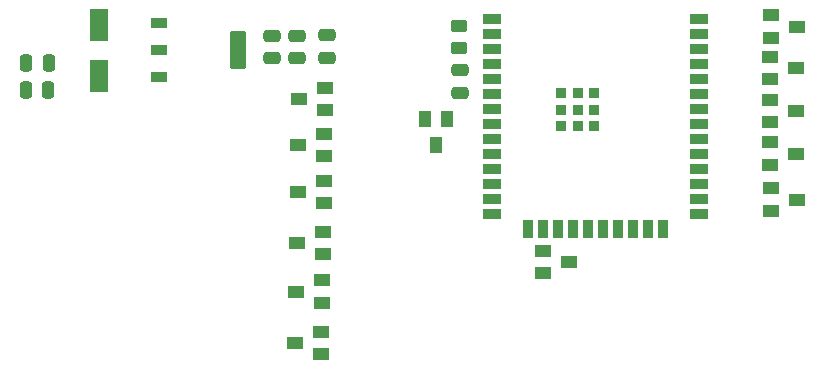
<source format=gtp>
G04 #@! TF.GenerationSoftware,KiCad,Pcbnew,(6.0.4)*
G04 #@! TF.CreationDate,2022-04-15T12:40:15+02:00*
G04 #@! TF.ProjectId,hernieuwdeBuffer_beide_groundplane,6865726e-6965-4757-9764-654275666665,rev?*
G04 #@! TF.SameCoordinates,Original*
G04 #@! TF.FileFunction,Paste,Top*
G04 #@! TF.FilePolarity,Positive*
%FSLAX46Y46*%
G04 Gerber Fmt 4.6, Leading zero omitted, Abs format (unit mm)*
G04 Created by KiCad (PCBNEW (6.0.4)) date 2022-04-15 12:40:15*
%MOMM*%
%LPD*%
G01*
G04 APERTURE LIST*
G04 Aperture macros list*
%AMRoundRect*
0 Rectangle with rounded corners*
0 $1 Rounding radius*
0 $2 $3 $4 $5 $6 $7 $8 $9 X,Y pos of 4 corners*
0 Add a 4 corners polygon primitive as box body*
4,1,4,$2,$3,$4,$5,$6,$7,$8,$9,$2,$3,0*
0 Add four circle primitives for the rounded corners*
1,1,$1+$1,$2,$3*
1,1,$1+$1,$4,$5*
1,1,$1+$1,$6,$7*
1,1,$1+$1,$8,$9*
0 Add four rect primitives between the rounded corners*
20,1,$1+$1,$2,$3,$4,$5,0*
20,1,$1+$1,$4,$5,$6,$7,0*
20,1,$1+$1,$6,$7,$8,$9,0*
20,1,$1+$1,$8,$9,$2,$3,0*%
G04 Aperture macros list end*
%ADD10R,1.600000X2.800000*%
%ADD11R,1.400000X1.000000*%
%ADD12RoundRect,0.250000X-0.450000X0.262500X-0.450000X-0.262500X0.450000X-0.262500X0.450000X0.262500X0*%
%ADD13RoundRect,0.250000X-0.475000X0.250000X-0.475000X-0.250000X0.475000X-0.250000X0.475000X0.250000X0*%
%ADD14R,1.000000X1.400000*%
%ADD15RoundRect,0.250000X-0.250000X-0.475000X0.250000X-0.475000X0.250000X0.475000X-0.250000X0.475000X0*%
%ADD16R,1.500000X0.900000*%
%ADD17R,0.900000X1.500000*%
%ADD18R,0.900000X0.900000*%
%ADD19RoundRect,0.250000X0.475000X-0.250000X0.475000X0.250000X-0.475000X0.250000X-0.475000X-0.250000X0*%
%ADD20RoundRect,0.093000X-0.562000X0.372000X-0.562000X-0.372000X0.562000X-0.372000X0.562000X0.372000X0*%
%ADD21RoundRect,0.131000X-0.524000X1.489000X-0.524000X-1.489000X0.524000X-1.489000X0.524000X1.489000X0*%
%ADD22RoundRect,0.250000X0.250000X0.475000X-0.250000X0.475000X-0.250000X-0.475000X0.250000X-0.475000X0*%
G04 APERTURE END LIST*
D10*
X114100000Y-68850000D03*
X114100000Y-64550000D03*
D11*
X170950000Y-70850000D03*
X170950000Y-72750000D03*
X173150000Y-71800000D03*
D12*
X144600000Y-64637500D03*
X144600000Y-66462500D03*
D13*
X128750000Y-65450000D03*
X128750000Y-67350000D03*
D11*
X133200000Y-79600000D03*
X133200000Y-77700000D03*
X131000000Y-78650000D03*
X171000000Y-63700000D03*
X171000000Y-65600000D03*
X173200000Y-64650000D03*
X133250000Y-71750000D03*
X133250000Y-69850000D03*
X131050000Y-70800000D03*
D14*
X143600000Y-72500000D03*
X141700000Y-72500000D03*
X142650000Y-74700000D03*
D15*
X107900000Y-70000000D03*
X109800000Y-70000000D03*
D16*
X147400000Y-63990000D03*
X147400000Y-65260000D03*
X147400000Y-66530000D03*
X147400000Y-67800000D03*
X147400000Y-69070000D03*
X147400000Y-70340000D03*
X147400000Y-71610000D03*
X147400000Y-72880000D03*
X147400000Y-74150000D03*
X147400000Y-75420000D03*
X147400000Y-76690000D03*
X147400000Y-77960000D03*
X147400000Y-79230000D03*
X147400000Y-80500000D03*
D17*
X150435000Y-81750000D03*
X151705000Y-81750000D03*
X152975000Y-81750000D03*
X154245000Y-81750000D03*
X155515000Y-81750000D03*
X156785000Y-81750000D03*
X158055000Y-81750000D03*
X159325000Y-81750000D03*
X160595000Y-81750000D03*
X161865000Y-81750000D03*
D16*
X164900000Y-80500000D03*
X164900000Y-79230000D03*
X164900000Y-77960000D03*
X164900000Y-76690000D03*
X164900000Y-75420000D03*
X164900000Y-74150000D03*
X164900000Y-72880000D03*
X164900000Y-71610000D03*
X164900000Y-70340000D03*
X164900000Y-69070000D03*
X164900000Y-67800000D03*
X164900000Y-66530000D03*
X164900000Y-65260000D03*
X164900000Y-63990000D03*
D18*
X153250000Y-70310000D03*
X154650000Y-70310000D03*
X156050000Y-70310000D03*
X153250000Y-71710000D03*
X154650000Y-71710000D03*
X156050000Y-71710000D03*
X153250000Y-73110000D03*
X154650000Y-73110000D03*
X156050000Y-73110000D03*
D11*
X151750000Y-83650000D03*
X151750000Y-85550000D03*
X153950000Y-84600000D03*
D13*
X130900000Y-65450000D03*
X130900000Y-67350000D03*
D11*
X132950000Y-92400000D03*
X132950000Y-90500000D03*
X130750000Y-91450000D03*
D19*
X144700000Y-70250000D03*
X144700000Y-68350000D03*
D13*
X133400000Y-65400000D03*
X133400000Y-67300000D03*
D11*
X170950000Y-67200000D03*
X170950000Y-69100000D03*
X173150000Y-68150000D03*
X133100000Y-83950000D03*
X133100000Y-82050000D03*
X130900000Y-83000000D03*
D20*
X119205000Y-64310000D03*
X119205000Y-66600000D03*
X119205000Y-68890000D03*
D21*
X125895000Y-66600000D03*
D11*
X171050000Y-78350000D03*
X171050000Y-80250000D03*
X173250000Y-79300000D03*
X133200000Y-75650000D03*
X133200000Y-73750000D03*
X131000000Y-74700000D03*
X133000000Y-88050000D03*
X133000000Y-86150000D03*
X130800000Y-87100000D03*
D22*
X109850000Y-67750000D03*
X107950000Y-67750000D03*
D11*
X170950000Y-74450000D03*
X170950000Y-76350000D03*
X173150000Y-75400000D03*
M02*

</source>
